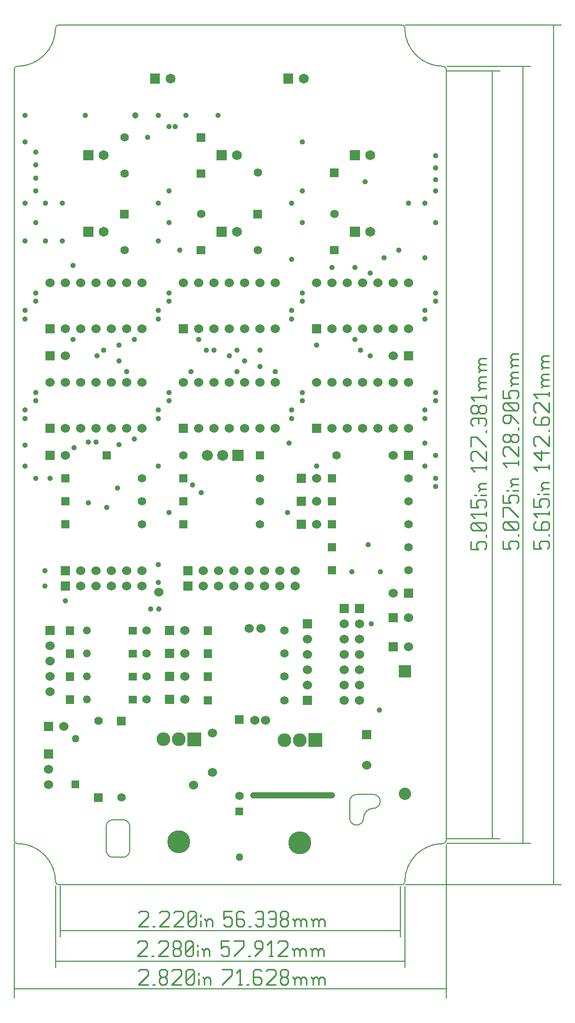
<source format=gbr>
G04 start of page 5 for group 9 idx 9 *
G04 Title: (unknown), fab_notes *
G04 Creator: pcb 20091103 *
G04 CreationDate: Sun Dec 17 12:14:22 2023 UTC *
G04 For: bh *
G04 Format: Gerber/RS-274X *
G04 PCB-Dimensions: 380000 700000 *
G04 PCB-Coordinate-Origin: lower left *
%MOIN*%
%FSLAX25Y25*%
%LNGROUP9*%
%ADD11C,0.0200*%
%ADD13C,0.0400*%
%ADD17C,0.0550*%
%ADD18C,0.0650*%
%ADD19C,0.0600*%
%ADD20C,0.0720*%
%ADD21C,0.1500*%
%ADD22C,0.0800*%
%ADD23C,0.0900*%
%ADD24C,0.0500*%
%ADD25C,0.0520*%
%ADD26C,0.0360*%
%ADD27C,0.0410*%
%ADD28C,0.0300*%
%ADD29C,0.0430*%
%ADD30C,0.1220*%
%ADD31C,0.0280*%
%ADD32C,0.0420*%
%ADD33C,0.0380*%
%ADD34C,0.1300*%
%ADD35C,0.0220*%
%ADD36C,0.0350*%
%ADD37C,0.0060*%
%ADD38C,0.0102*%
G54D37*X278000Y94000D02*X379500D01*
X305000Y124000D02*X339500D01*
X304500Y120500D02*Y20000D01*
X305000Y121000D02*X359500D01*
X305000Y628500D02*X359500D01*
X305000Y625500D02*X339500D01*
X304500Y26000D02*X22500D01*
X52500Y64000D02*X274500D01*
X22500Y121000D02*Y20000D01*
X52500Y93500D02*Y60000D01*
X277500Y44000D02*X49500D01*
Y93500D02*Y40000D01*
X274500Y93000D02*Y60000D01*
X277500Y93000D02*Y40000D01*
X379500Y655500D02*X277500D01*
X374500Y94000D02*Y655500D01*
X334500Y625500D02*Y124000D01*
X354500Y121000D02*Y628500D01*
G54D38*X103500Y75690D02*X104770Y76960D01*
X108580D01*
X109850Y75690D01*
Y73150D01*
X103500Y66800D02*X109850Y73150D01*
X103500Y66800D02*X109850D01*
X112900D02*X114170D01*
X117221Y75690D02*X118491Y76960D01*
X122301D01*
X123571Y75690D01*
Y73150D01*
X117221Y66800D02*X123571Y73150D01*
X117221Y66800D02*X123571D01*
X126621Y75690D02*X127891Y76960D01*
X131701D01*
X132971Y75690D01*
Y73150D01*
X126621Y66800D02*X132971Y73150D01*
X126621Y66800D02*X132971D01*
X136022Y68070D02*X137292Y66800D01*
X136022Y75690D02*Y68070D01*
Y75690D02*X137292Y76960D01*
X139832D01*
X141102Y75690D01*
Y68070D01*
X139832Y66800D02*X141102Y68070D01*
X137292Y66800D02*X139832D01*
X136022Y69340D02*X141102Y74420D01*
X144152D02*Y73150D01*
Y70610D02*Y66800D01*
X147965Y70610D02*Y66800D01*
Y70610D02*X149235Y71880D01*
X150505D01*
X151775Y70610D01*
Y66800D01*
X146695Y71880D02*X147965Y70610D01*
X159397Y76960D02*X164477D01*
X159397D02*Y71880D01*
X160667Y73150D01*
X163207D01*
X164477Y71880D01*
Y68070D01*
X163207Y66800D02*X164477Y68070D01*
X160667Y66800D02*X163207D01*
X159397Y68070D02*X160667Y66800D01*
X171338Y76960D02*X172608Y75690D01*
X168798Y76960D02*X171338D01*
X167528Y75690D02*X168798Y76960D01*
X167528Y75690D02*Y68070D01*
X168798Y66800D01*
X171338Y71880D02*X172608Y70610D01*
X167528Y71880D02*X171338D01*
X168798Y66800D02*X171338D01*
X172608Y68070D01*
Y70610D02*Y68070D01*
X175658Y66800D02*X176928D01*
X179979Y75690D02*X181249Y76960D01*
X183789D01*
X185059Y75690D01*
Y68070D01*
X183789Y66800D02*X185059Y68070D01*
X181249Y66800D02*X183789D01*
X179979Y68070D02*X181249Y66800D01*
Y71880D02*X185059D01*
X188109Y75690D02*X189379Y76960D01*
X191919D01*
X193189Y75690D01*
Y68070D01*
X191919Y66800D02*X193189Y68070D01*
X189379Y66800D02*X191919D01*
X188109Y68070D02*X189379Y66800D01*
Y71880D02*X193189D01*
X196240Y68070D02*X197510Y66800D01*
X196240Y70610D02*Y68070D01*
Y70610D02*X197510Y71880D01*
X200050D01*
X201320Y70610D01*
Y68070D01*
X200050Y66800D02*X201320Y68070D01*
X197510Y66800D02*X200050D01*
X196240Y73150D02*X197510Y71880D01*
X196240Y75690D02*Y73150D01*
Y75690D02*X197510Y76960D01*
X200050D01*
X201320Y75690D01*
Y73150D01*
X200050Y71880D02*X201320Y73150D01*
X205641Y70610D02*Y66800D01*
Y70610D02*X206911Y71880D01*
X208181D01*
X209451Y70610D01*
Y66800D01*
Y70610D02*X210721Y71880D01*
X211991D01*
X213261Y70610D01*
Y66800D01*
X204371Y71880D02*X205641Y70610D01*
X217581D02*Y66800D01*
Y70610D02*X218851Y71880D01*
X220121D01*
X221391Y70610D01*
Y66800D01*
Y70610D02*X222661Y71880D01*
X223931D01*
X225201Y70610D01*
Y66800D01*
X216311Y71880D02*X217581Y70610D01*
X103500Y37690D02*X104770Y38960D01*
X108580D01*
X109850Y37690D01*
Y35150D01*
X103500Y28800D02*X109850Y35150D01*
X103500Y28800D02*X109850D01*
X112900D02*X114170D01*
X117221Y30070D02*X118491Y28800D01*
X117221Y32610D02*Y30070D01*
Y32610D02*X118491Y33880D01*
X121031D01*
X122301Y32610D01*
Y30070D01*
X121031Y28800D02*X122301Y30070D01*
X118491Y28800D02*X121031D01*
X117221Y35150D02*X118491Y33880D01*
X117221Y37690D02*Y35150D01*
Y37690D02*X118491Y38960D01*
X121031D01*
X122301Y37690D01*
Y35150D01*
X121031Y33880D02*X122301Y35150D01*
X125351Y37690D02*X126621Y38960D01*
X130431D01*
X131701Y37690D01*
Y35150D01*
X125351Y28800D02*X131701Y35150D01*
X125351Y28800D02*X131701D01*
X134752Y30070D02*X136022Y28800D01*
X134752Y37690D02*Y30070D01*
Y37690D02*X136022Y38960D01*
X138562D01*
X139832Y37690D01*
Y30070D01*
X138562Y28800D02*X139832Y30070D01*
X136022Y28800D02*X138562D01*
X134752Y31340D02*X139832Y36420D01*
X142882D02*Y35150D01*
Y32610D02*Y28800D01*
X146695Y32610D02*Y28800D01*
Y32610D02*X147965Y33880D01*
X149235D01*
X150505Y32610D01*
Y28800D01*
X145425Y33880D02*X146695Y32610D01*
X158127Y28800D02*X164477Y35150D01*
Y38960D02*Y35150D01*
X158127Y38960D02*X164477D01*
X168798Y28800D02*X171338D01*
X170068Y38960D02*Y28800D01*
X167528Y36420D02*X170068Y38960D01*
X174388Y28800D02*X175658D01*
X182519Y38960D02*X183789Y37690D01*
X179979Y38960D02*X182519D01*
X178709Y37690D02*X179979Y38960D01*
X178709Y37690D02*Y30070D01*
X179979Y28800D01*
X182519Y33880D02*X183789Y32610D01*
X178709Y33880D02*X182519D01*
X179979Y28800D02*X182519D01*
X183789Y30070D01*
Y32610D02*Y30070D01*
X186839Y37690D02*X188109Y38960D01*
X191919D01*
X193189Y37690D01*
Y35150D01*
X186839Y28800D02*X193189Y35150D01*
X186839Y28800D02*X193189D01*
X196240Y30070D02*X197510Y28800D01*
X196240Y32610D02*Y30070D01*
Y32610D02*X197510Y33880D01*
X200050D01*
X201320Y32610D01*
Y30070D01*
X200050Y28800D02*X201320Y30070D01*
X197510Y28800D02*X200050D01*
X196240Y35150D02*X197510Y33880D01*
X196240Y37690D02*Y35150D01*
Y37690D02*X197510Y38960D01*
X200050D01*
X201320Y37690D01*
Y35150D01*
X200050Y33880D02*X201320Y35150D01*
X205641Y32610D02*Y28800D01*
Y32610D02*X206911Y33880D01*
X208181D01*
X209451Y32610D01*
Y28800D01*
Y32610D02*X210721Y33880D01*
X211991D01*
X213261Y32610D01*
Y28800D01*
X204371Y33880D02*X205641Y32610D01*
X217581D02*Y28800D01*
Y32610D02*X218851Y33880D01*
X220121D01*
X221391Y32610D01*
Y28800D01*
Y32610D02*X222661Y33880D01*
X223931D01*
X225201Y32610D01*
Y28800D01*
X216311Y33880D02*X217581Y32610D01*
X103000Y56190D02*X104270Y57460D01*
X108080D01*
X109350Y56190D01*
Y53650D01*
X103000Y47300D02*X109350Y53650D01*
X103000Y47300D02*X109350D01*
X112400D02*X113670D01*
X116721Y56190D02*X117991Y57460D01*
X121801D01*
X123071Y56190D01*
Y53650D01*
X116721Y47300D02*X123071Y53650D01*
X116721Y47300D02*X123071D01*
X126121Y48570D02*X127391Y47300D01*
X126121Y51110D02*Y48570D01*
Y51110D02*X127391Y52380D01*
X129931D01*
X131201Y51110D01*
Y48570D01*
X129931Y47300D02*X131201Y48570D01*
X127391Y47300D02*X129931D01*
X126121Y53650D02*X127391Y52380D01*
X126121Y56190D02*Y53650D01*
Y56190D02*X127391Y57460D01*
X129931D01*
X131201Y56190D01*
Y53650D01*
X129931Y52380D02*X131201Y53650D01*
X134252Y48570D02*X135522Y47300D01*
X134252Y56190D02*Y48570D01*
Y56190D02*X135522Y57460D01*
X138062D01*
X139332Y56190D01*
Y48570D01*
X138062Y47300D02*X139332Y48570D01*
X135522Y47300D02*X138062D01*
X134252Y49840D02*X139332Y54920D01*
X142382D02*Y53650D01*
Y51110D02*Y47300D01*
X146195Y51110D02*Y47300D01*
Y51110D02*X147465Y52380D01*
X148735D01*
X150005Y51110D01*
Y47300D01*
X144925Y52380D02*X146195Y51110D01*
X157627Y57460D02*X162707D01*
X157627D02*Y52380D01*
X158897Y53650D01*
X161437D01*
X162707Y52380D01*
Y48570D01*
X161437Y47300D02*X162707Y48570D01*
X158897Y47300D02*X161437D01*
X157627Y48570D02*X158897Y47300D01*
X165758D02*X172108Y53650D01*
Y57460D02*Y53650D01*
X165758Y57460D02*X172108D01*
X175158Y47300D02*X176428D01*
X179479D02*X184559Y52380D01*
Y56190D02*Y52380D01*
X183289Y57460D02*X184559Y56190D01*
X180749Y57460D02*X183289D01*
X179479Y56190D02*X180749Y57460D01*
X179479Y56190D02*Y53650D01*
X180749Y52380D01*
X184559D01*
X188879Y47300D02*X191419D01*
X190149Y57460D02*Y47300D01*
X187609Y54920D02*X190149Y57460D01*
X194470Y56190D02*X195740Y57460D01*
X199550D01*
X200820Y56190D01*
Y53650D01*
X194470Y47300D02*X200820Y53650D01*
X194470Y47300D02*X200820D01*
X205141Y51110D02*Y47300D01*
Y51110D02*X206411Y52380D01*
X207681D01*
X208951Y51110D01*
Y47300D01*
Y51110D02*X210221Y52380D01*
X211491D01*
X212761Y51110D01*
Y47300D01*
X203871Y52380D02*X205141Y51110D01*
X217081D02*Y47300D01*
Y51110D02*X218351Y52380D01*
X219621D01*
X220891Y51110D01*
Y47300D01*
Y51110D02*X222161Y52380D01*
X223431D01*
X224701Y51110D01*
Y47300D01*
X215811Y52380D02*X217081Y51110D01*
X361540Y318580D02*Y313500D01*
X366620D01*
X365350Y314770D01*
Y317310D02*Y314770D01*
Y317310D02*X366620Y318580D01*
X370430D01*
X371700Y317310D02*X370430Y318580D01*
X371700Y317310D02*Y314770D01*
X370430Y313500D02*X371700Y314770D01*
Y322900D02*Y321630D01*
X361540Y329761D02*X362810Y331031D01*
X361540Y329761D02*Y327221D01*
X362810Y325951D02*X361540Y327221D01*
X362810Y325951D02*X370430D01*
X371700Y327221D01*
X366620Y329761D02*X367890Y331031D01*
X366620Y329761D02*Y325951D01*
X371700Y329761D02*Y327221D01*
Y329761D02*X370430Y331031D01*
X367890D02*X370430D01*
X371700Y337891D02*Y335351D01*
X361540Y336621D02*X371700D01*
X364080Y334081D02*X361540Y336621D01*
Y346022D02*Y340942D01*
X366620D01*
X365350Y342212D01*
Y344752D02*Y342212D01*
Y344752D02*X366620Y346022D01*
X370430D01*
X371700Y344752D02*X370430Y346022D01*
X371700Y344752D02*Y342212D01*
X370430Y340942D02*X371700Y342212D01*
X364080Y349072D02*X365350D01*
X367890D02*X371700D01*
X367890Y352885D02*X371700D01*
X367890D02*X366620Y354155D01*
Y355425D02*Y354155D01*
Y355425D02*X367890Y356695D01*
X371700D01*
X366620Y351615D02*X367890Y352885D01*
X371700Y368127D02*Y365587D01*
X361540Y366857D02*X371700D01*
X364080Y364317D02*X361540Y366857D01*
X366620Y371178D02*X361540Y376258D01*
X366620Y377528D02*Y371178D01*
X361540Y376258D02*X371700D01*
X362810Y380578D02*X361540Y381848D01*
Y385658D02*Y381848D01*
Y385658D02*X362810Y386928D01*
X365350D01*
X371700Y380578D02*X365350Y386928D01*
X371700D02*Y380578D01*
Y391249D02*Y389979D01*
X361540Y398109D02*X362810Y399379D01*
X361540Y398109D02*Y395569D01*
X362810Y394299D02*X361540Y395569D01*
X362810Y394299D02*X370430D01*
X371700Y395569D01*
X366620Y398109D02*X367890Y399379D01*
X366620Y398109D02*Y394299D01*
X371700Y398109D02*Y395569D01*
Y398109D02*X370430Y399379D01*
X367890D02*X370430D01*
X362810Y402430D02*X361540Y403700D01*
Y407510D02*Y403700D01*
Y407510D02*X362810Y408780D01*
X365350D01*
X371700Y402430D02*X365350Y408780D01*
X371700D02*Y402430D01*
Y415641D02*Y413101D01*
X361540Y414371D02*X371700D01*
X364080Y411831D02*X361540Y414371D01*
X367890Y419961D02*X371700D01*
X367890D02*X366620Y421231D01*
Y422501D02*Y421231D01*
Y422501D02*X367890Y423771D01*
X371700D01*
X367890D02*X366620Y425041D01*
Y426311D02*Y425041D01*
Y426311D02*X367890Y427581D01*
X371700D01*
X366620Y418691D02*X367890Y419961D01*
Y431902D02*X371700D01*
X367890D02*X366620Y433172D01*
Y434442D02*Y433172D01*
Y434442D02*X367890Y435712D01*
X371700D01*
X367890D02*X366620Y436982D01*
Y438252D02*Y436982D01*
Y438252D02*X367890Y439522D01*
X371700D01*
X366620Y430632D02*X367890Y431902D01*
X320540Y318080D02*Y313000D01*
X325620D01*
X324350Y314270D01*
Y316810D02*Y314270D01*
Y316810D02*X325620Y318080D01*
X329430D01*
X330700Y316810D02*X329430Y318080D01*
X330700Y316810D02*Y314270D01*
X329430Y313000D02*X330700Y314270D01*
Y322400D02*Y321130D01*
X329430Y325451D02*X330700Y326721D01*
X321810Y325451D02*X329430D01*
X321810D02*X320540Y326721D01*
Y329261D02*Y326721D01*
Y329261D02*X321810Y330531D01*
X329430D01*
X330700Y329261D02*X329430Y330531D01*
X330700Y329261D02*Y326721D01*
X328160Y325451D02*X323080Y330531D01*
X330700Y337391D02*Y334851D01*
X320540Y336121D02*X330700D01*
X323080Y333581D02*X320540Y336121D01*
Y345522D02*Y340442D01*
X325620D01*
X324350Y341712D01*
Y344252D02*Y341712D01*
Y344252D02*X325620Y345522D01*
X329430D01*
X330700Y344252D02*X329430Y345522D01*
X330700Y344252D02*Y341712D01*
X329430Y340442D02*X330700Y341712D01*
X323080Y348572D02*X324350D01*
X326890D02*X330700D01*
X326890Y352385D02*X330700D01*
X326890D02*X325620Y353655D01*
Y354925D02*Y353655D01*
Y354925D02*X326890Y356195D01*
X330700D01*
X325620Y351115D02*X326890Y352385D01*
X330700Y367627D02*Y365087D01*
X320540Y366357D02*X330700D01*
X323080Y363817D02*X320540Y366357D01*
X321810Y370678D02*X320540Y371948D01*
Y375758D02*Y371948D01*
Y375758D02*X321810Y377028D01*
X324350D01*
X330700Y370678D02*X324350Y377028D01*
X330700D02*Y370678D01*
Y380078D02*X324350Y386428D01*
X320540D02*X324350D01*
X320540D02*Y380078D01*
X330700Y390749D02*Y389479D01*
X321810Y393799D02*X320540Y395069D01*
Y397609D02*Y395069D01*
Y397609D02*X321810Y398879D01*
X329430D01*
X330700Y397609D02*X329430Y398879D01*
X330700Y397609D02*Y395069D01*
X329430Y393799D02*X330700Y395069D01*
X325620Y398879D02*Y395069D01*
X329430Y401930D02*X330700Y403200D01*
X326890Y401930D02*X329430D01*
X326890D02*X325620Y403200D01*
Y405740D02*Y403200D01*
Y405740D02*X326890Y407010D01*
X329430D01*
X330700Y405740D02*X329430Y407010D01*
X330700Y405740D02*Y403200D01*
X324350Y401930D02*X325620Y403200D01*
X321810Y401930D02*X324350D01*
X321810D02*X320540Y403200D01*
Y405740D02*Y403200D01*
Y405740D02*X321810Y407010D01*
X324350D01*
X325620Y405740D02*X324350Y407010D01*
X330700Y413871D02*Y411331D01*
X320540Y412601D02*X330700D01*
X323080Y410061D02*X320540Y412601D01*
X326890Y418191D02*X330700D01*
X326890D02*X325620Y419461D01*
Y420731D02*Y419461D01*
Y420731D02*X326890Y422001D01*
X330700D01*
X326890D02*X325620Y423271D01*
Y424541D02*Y423271D01*
Y424541D02*X326890Y425811D01*
X330700D01*
X325620Y416921D02*X326890Y418191D01*
Y430132D02*X330700D01*
X326890D02*X325620Y431402D01*
Y432672D02*Y431402D01*
Y432672D02*X326890Y433942D01*
X330700D01*
X326890D02*X325620Y435212D01*
Y436482D02*Y435212D01*
Y436482D02*X326890Y437752D01*
X330700D01*
X325620Y428862D02*X326890Y430132D01*
X341540Y318580D02*Y313500D01*
X346620D01*
X345350Y314770D01*
Y317310D02*Y314770D01*
Y317310D02*X346620Y318580D01*
X350430D01*
X351700Y317310D02*X350430Y318580D01*
X351700Y317310D02*Y314770D01*
X350430Y313500D02*X351700Y314770D01*
Y322900D02*Y321630D01*
X350430Y325951D02*X351700Y327221D01*
X342810Y325951D02*X350430D01*
X342810D02*X341540Y327221D01*
Y329761D02*Y327221D01*
Y329761D02*X342810Y331031D01*
X350430D01*
X351700Y329761D02*X350430Y331031D01*
X351700Y329761D02*Y327221D01*
X349160Y325951D02*X344080Y331031D01*
X351700Y334081D02*X345350Y340431D01*
X341540D02*X345350D01*
X341540D02*Y334081D01*
Y348562D02*Y343482D01*
X346620D01*
X345350Y344752D01*
Y347292D02*Y344752D01*
Y347292D02*X346620Y348562D01*
X350430D01*
X351700Y347292D02*X350430Y348562D01*
X351700Y347292D02*Y344752D01*
X350430Y343482D02*X351700Y344752D01*
X344080Y351612D02*X345350D01*
X347890D02*X351700D01*
X347890Y355425D02*X351700D01*
X347890D02*X346620Y356695D01*
Y357965D02*Y356695D01*
Y357965D02*X347890Y359235D01*
X351700D01*
X346620Y354155D02*X347890Y355425D01*
X351700Y370667D02*Y368127D01*
X341540Y369397D02*X351700D01*
X344080Y366857D02*X341540Y369397D01*
X342810Y373718D02*X341540Y374988D01*
Y378798D02*Y374988D01*
Y378798D02*X342810Y380068D01*
X345350D01*
X351700Y373718D02*X345350Y380068D01*
X351700D02*Y373718D01*
X350430Y383118D02*X351700Y384388D01*
X347890Y383118D02*X350430D01*
X347890D02*X346620Y384388D01*
Y386928D02*Y384388D01*
Y386928D02*X347890Y388198D01*
X350430D01*
X351700Y386928D02*X350430Y388198D01*
X351700Y386928D02*Y384388D01*
X345350Y383118D02*X346620Y384388D01*
X342810Y383118D02*X345350D01*
X342810D02*X341540Y384388D01*
Y386928D02*Y384388D01*
Y386928D02*X342810Y388198D01*
X345350D01*
X346620Y386928D02*X345350Y388198D01*
X351700Y392519D02*Y391249D01*
Y395569D02*X346620Y400649D01*
X342810D02*X346620D01*
X341540Y399379D02*X342810Y400649D01*
X341540Y399379D02*Y396839D01*
X342810Y395569D02*X341540Y396839D01*
X342810Y395569D02*X345350D01*
X346620Y396839D01*
Y400649D02*Y396839D01*
X350430Y403700D02*X351700Y404970D01*
X342810Y403700D02*X350430D01*
X342810D02*X341540Y404970D01*
Y407510D02*Y404970D01*
Y407510D02*X342810Y408780D01*
X350430D01*
X351700Y407510D02*X350430Y408780D01*
X351700Y407510D02*Y404970D01*
X349160Y403700D02*X344080Y408780D01*
X341540Y416911D02*Y411831D01*
X346620D01*
X345350Y413101D01*
Y415641D02*Y413101D01*
Y415641D02*X346620Y416911D01*
X350430D01*
X351700Y415641D02*X350430Y416911D01*
X351700Y415641D02*Y413101D01*
X350430Y411831D02*X351700Y413101D01*
X347890Y421231D02*X351700D01*
X347890D02*X346620Y422501D01*
Y423771D02*Y422501D01*
Y423771D02*X347890Y425041D01*
X351700D01*
X347890D02*X346620Y426311D01*
Y427581D02*Y426311D01*
Y427581D02*X347890Y428851D01*
X351700D01*
X346620Y419961D02*X347890Y421231D01*
Y433172D02*X351700D01*
X347890D02*X346620Y434442D01*
Y435712D02*Y434442D01*
Y435712D02*X347890Y436982D01*
X351700D01*
X347890D02*X346620Y438252D01*
Y439522D02*Y438252D01*
Y439522D02*X347890Y440792D01*
X351700D01*
X346620Y431902D02*X347890Y433172D01*
G54D11*G36*
X228750Y561750D02*Y556250D01*
X234250D01*
Y561750D01*
X228750D01*
G37*
G54D17*X231500Y532000D03*
G54D11*G36*
X198250Y623750D02*Y617250D01*
X204750D01*
Y623750D01*
X198250D01*
G37*
G54D18*X211500Y620500D03*
G54D11*G36*
X241750Y573750D02*Y567250D01*
X248250D01*
Y573750D01*
X241750D01*
G37*
G54D18*X255000Y570500D03*
G54D11*G36*
X241750Y523750D02*Y517250D01*
X248250D01*
Y523750D01*
X241750D01*
G37*
G54D18*X255000Y520500D03*
G54D17*X181500Y559000D03*
Y508500D03*
G54D11*G36*
X178750Y534750D02*Y529250D01*
X184250D01*
Y534750D01*
X178750D01*
G37*
G36*
X141750Y584750D02*Y579250D01*
X147250D01*
Y584750D01*
X141750D01*
G37*
G54D17*X144500Y532000D03*
G54D11*G36*
X141750Y511250D02*Y505750D01*
X147250D01*
Y511250D01*
X141750D01*
G37*
G36*
Y561250D02*Y555750D01*
X147250D01*
Y561250D01*
X141750D01*
G37*
G54D17*X94500Y582000D03*
G54D11*G36*
X91750Y534750D02*Y529250D01*
X97250D01*
Y534750D01*
X91750D01*
G37*
G54D17*X94500Y508500D03*
Y558500D03*
G54D11*G36*
X111250Y623750D02*Y617250D01*
X117750D01*
Y623750D01*
X111250D01*
G37*
G54D18*X124500Y620500D03*
G54D11*G36*
X154750Y523750D02*Y517250D01*
X161250D01*
Y523750D01*
X154750D01*
G37*
G36*
Y573750D02*Y567250D01*
X161250D01*
Y573750D01*
X154750D01*
G37*
G54D18*X168000Y520500D03*
Y570500D03*
G54D11*G36*
X67750Y523750D02*Y517250D01*
X74250D01*
Y523750D01*
X67750D01*
G37*
G54D18*X81000Y520500D03*
G54D11*G36*
X67750Y573750D02*Y567250D01*
X74250D01*
Y573750D01*
X67750D01*
G37*
G54D18*X81000Y570500D03*
G54D19*X250000Y422000D03*
X240000D03*
X230000D03*
X220000D03*
X173000Y392000D03*
G54D11*G36*
X164900Y378100D02*Y370900D01*
X172100D01*
Y378100D01*
X164900D01*
G37*
G54D20*X158500Y374500D03*
X148500D03*
G54D19*X183000Y392000D03*
G54D11*G36*
X180250Y377250D02*Y371750D01*
X185750D01*
Y377250D01*
X180250D01*
G37*
G54D19*X193000Y392000D03*
Y422000D03*
X183000D03*
X173000D03*
X250000Y392000D03*
X260000D03*
X270000D03*
X280000D03*
G54D11*G36*
X217000Y395000D02*Y389000D01*
X223000D01*
Y395000D01*
X217000D01*
G37*
G54D19*X230000Y392000D03*
X240000D03*
X280000Y422000D03*
X270000D03*
X260000D03*
G54D11*G36*
X277000Y442500D02*Y436500D01*
X283000D01*
Y442500D01*
X277000D01*
G37*
G54D19*X270000Y439500D03*
G54D11*G36*
X130000Y395000D02*Y389000D01*
X136000D01*
Y395000D01*
X130000D01*
G37*
G54D19*X143000Y392000D03*
X153000D03*
X163000D03*
Y422000D03*
Y457000D03*
X173000D03*
X183000D03*
X153000Y422000D03*
Y457000D03*
X193000D03*
X240000D03*
Y487000D03*
X250000Y457000D03*
Y487000D03*
X260000Y457000D03*
Y487000D03*
X270000Y457000D03*
Y487000D03*
X280000Y457000D03*
Y487000D03*
G54D11*G36*
X228750Y511250D02*Y505750D01*
X234250D01*
Y511250D01*
X228750D01*
G37*
G36*
X217000Y460000D02*Y454000D01*
X223000D01*
Y460000D01*
X217000D01*
G37*
G54D19*X230000Y457000D03*
Y487000D03*
X220000D03*
X193000D03*
G54D11*G36*
X207000Y362500D02*Y356500D01*
X213000D01*
Y362500D01*
X207000D01*
G37*
G54D19*X220000Y359500D03*
G54D17*X233000Y374500D03*
G54D11*G36*
X227250Y347250D02*Y341750D01*
X232750D01*
Y347250D01*
X227250D01*
G37*
G54D17*X280000Y344500D03*
Y359500D03*
G54D11*G36*
X277000Y377500D02*Y371500D01*
X283000D01*
Y377500D01*
X277000D01*
G37*
G36*
X43000Y442500D02*Y436500D01*
X49000D01*
Y442500D01*
X43000D01*
G37*
G54D19*X56000Y439500D03*
G54D11*G36*
X43000Y460000D02*Y454000D01*
X49000D01*
Y460000D01*
X43000D01*
G37*
G36*
Y395000D02*Y389000D01*
X49000D01*
Y395000D01*
X43000D01*
G37*
G54D19*X46000Y422000D03*
G54D11*G36*
X43000Y377500D02*Y371500D01*
X49000D01*
Y377500D01*
X43000D01*
G37*
G54D19*X56000Y457000D03*
Y392000D03*
Y422000D03*
X66000Y457000D03*
Y392000D03*
Y422000D03*
G54D11*G36*
X53250Y332250D02*Y326750D01*
X58750D01*
Y332250D01*
X53250D01*
G37*
G36*
Y347250D02*Y341750D01*
X58750D01*
Y347250D01*
X53250D01*
G37*
G36*
Y362250D02*Y356750D01*
X58750D01*
Y362250D01*
X53250D01*
G37*
G54D19*X56000Y374500D03*
X143000Y422000D03*
Y457000D03*
Y487000D03*
X133000Y422000D03*
G54D11*G36*
X130000Y460000D02*Y454000D01*
X136000D01*
Y460000D01*
X130000D01*
G37*
G54D19*X133000Y487000D03*
X183000D03*
X173000D03*
X163000D03*
X153000D03*
X106000D03*
X86000Y422000D03*
X76000D03*
X96000Y487000D03*
X86000D03*
X76000D03*
X66000D03*
X56000D03*
X46000D03*
X76000Y457000D03*
X86000D03*
X96000D03*
X106000D03*
X76000Y392000D03*
X86000D03*
X96000D03*
X106000D03*
Y422000D03*
X96000D03*
G54D17*X106000Y329500D03*
G54D11*G36*
X130250Y332250D02*Y326750D01*
X135750D01*
Y332250D01*
X130250D01*
G37*
G54D17*X106000Y344500D03*
G54D11*G36*
X130250Y347250D02*Y341750D01*
X135750D01*
Y347250D01*
X130250D01*
G37*
G54D17*X183000Y344500D03*
X106000Y359500D03*
G54D11*G36*
X80250Y377250D02*Y371750D01*
X85750D01*
Y377250D01*
X80250D01*
G37*
G54D17*X133000Y374500D03*
G54D11*G36*
X130250Y362250D02*Y356750D01*
X135750D01*
Y362250D01*
X130250D01*
G37*
G54D17*X183000Y329500D03*
G54D11*G36*
X227250Y332250D02*Y326750D01*
X232750D01*
Y332250D01*
X227250D01*
G37*
G54D17*X280000Y329500D03*
G54D11*G36*
X207000Y332500D02*Y326500D01*
X213000D01*
Y332500D01*
X207000D01*
G37*
G54D19*X220000Y329500D03*
G54D11*G36*
X207000Y347500D02*Y341500D01*
X213000D01*
Y347500D01*
X207000D01*
G37*
G54D19*X220000Y344500D03*
G54D11*G36*
X227250Y362250D02*Y356750D01*
X232750D01*
Y362250D01*
X227250D01*
G37*
G54D17*X183000Y359500D03*
G54D19*X270000Y374500D03*
G54D11*G36*
X211000Y267500D02*Y261500D01*
X217000D01*
Y267500D01*
X211000D01*
G37*
G54D19*X214000Y254500D03*
G54D11*G36*
X227250Y302250D02*Y296750D01*
X232750D01*
Y302250D01*
X227250D01*
G37*
G54D19*X214000Y254500D03*
G54D11*G36*
X227250Y317250D02*Y311750D01*
X232750D01*
Y317250D01*
X227250D01*
G37*
G54D19*X214000Y244500D03*
G54D17*X199000Y260000D03*
Y245000D03*
G54D19*X214000Y244500D03*
X196000Y289000D03*
X206000D03*
Y299000D03*
X196000D03*
G54D21*X209000Y121500D03*
G54D22*X277500Y153500D03*
G54D11*G36*
X277000Y287500D02*Y281500D01*
X283000D01*
Y287500D01*
X277000D01*
G37*
G54D19*X270000Y284500D03*
G54D17*X280000Y299500D03*
G54D11*G36*
X267000Y252500D02*Y246500D01*
X273000D01*
Y252500D01*
X267000D01*
G37*
G54D19*X280000Y249500D03*
G54D11*G36*
X273500Y237500D02*Y229500D01*
X281500D01*
Y237500D01*
X273500D01*
G37*
G36*
X267000Y271500D02*Y265500D01*
X273000D01*
Y271500D01*
X267000D01*
G37*
G54D19*X280000Y268500D03*
X248000Y244500D03*
Y234500D03*
G54D11*G36*
X245000Y277500D02*Y271500D01*
X251000D01*
Y277500D01*
X245000D01*
G37*
G54D19*X248000Y264500D03*
Y254500D03*
G54D11*G36*
X235000Y277500D02*Y271500D01*
X241000D01*
Y277500D01*
X235000D01*
G37*
G54D19*X238000Y264500D03*
Y254500D03*
Y244500D03*
G54D17*X280000Y314500D03*
G54D19*X248000Y224500D03*
X238000Y234500D03*
Y224500D03*
X248000Y214500D03*
X238000D03*
G54D17*X199000Y230000D03*
Y214500D03*
G54D11*G36*
X214500Y193000D02*Y184000D01*
X223500D01*
Y193000D01*
X214500D01*
G37*
G54D23*X209000Y188500D03*
X199000D03*
G54D11*G36*
X249500Y195000D02*Y189000D01*
X255500D01*
Y195000D01*
X249500D01*
G37*
G54D19*X252500Y172000D03*
X214000Y234500D03*
Y224500D03*
G54D11*G36*
X211000Y217500D02*Y211500D01*
X217000D01*
Y217500D01*
X211000D01*
G37*
G54D19*X214000Y224500D03*
Y234500D03*
G54D11*G36*
X121000Y263000D02*Y257000D01*
X127000D01*
Y263000D01*
X121000D01*
G37*
G54D17*X109000Y260000D03*
Y245000D03*
Y230000D03*
G54D11*G36*
X121000Y233000D02*Y227000D01*
X127000D01*
Y233000D01*
X121000D01*
G37*
G36*
Y248000D02*Y242000D01*
X127000D01*
Y248000D01*
X121000D01*
G37*
G54D19*X134000Y260000D03*
G54D11*G36*
X146250Y262750D02*Y257250D01*
X151750D01*
Y262750D01*
X146250D01*
G37*
G36*
Y247750D02*Y242250D01*
X151750D01*
Y247750D01*
X146250D01*
G37*
G36*
Y232750D02*Y227250D01*
X151750D01*
Y232750D01*
X146250D01*
G37*
G54D19*X134000Y230000D03*
Y245000D03*
G54D11*G36*
X97400Y247600D02*Y242400D01*
X102600D01*
Y247600D01*
X97400D01*
G37*
G36*
Y262600D02*Y257400D01*
X102600D01*
Y262600D01*
X97400D01*
G37*
G36*
X60000Y162000D02*Y157000D01*
X65000D01*
Y162000D01*
X60000D01*
G37*
G36*
X166750Y204750D02*Y199250D01*
X172250D01*
Y204750D01*
X166750D01*
G37*
G54D17*X169500Y152000D03*
G54D11*G36*
X146250Y217250D02*Y211750D01*
X151750D01*
Y217250D01*
X146250D01*
G37*
G36*
X135500Y193500D02*Y184500D01*
X144500D01*
Y193500D01*
X135500D01*
G37*
G54D23*X130000Y189000D03*
X120000D03*
G54D11*G36*
X167000Y144500D02*Y139500D01*
X172000D01*
Y144500D01*
X167000D01*
G37*
G54D17*X92500Y151000D03*
G54D11*G36*
X74750Y153750D02*Y148250D01*
X80250D01*
Y153750D01*
X74750D01*
G37*
G54D24*X169500Y112000D03*
G54D21*X130000Y122000D03*
G54D11*G36*
X42000Y200500D02*Y194500D01*
X48000D01*
Y200500D01*
X42000D01*
G37*
G36*
Y182500D02*Y176500D01*
X48000D01*
Y182500D01*
X42000D01*
G37*
G54D19*X45000Y169500D03*
Y159500D03*
X55000Y197500D03*
G54D11*G36*
X89750Y203750D02*Y198250D01*
X95250D01*
Y203750D01*
X89750D01*
G37*
G54D17*X77500Y201000D03*
G54D24*X62500Y189500D03*
G54D11*G36*
X43000Y263000D02*Y257000D01*
X49000D01*
Y263000D01*
X43000D01*
G37*
G36*
X53000Y302000D02*Y296000D01*
X59000D01*
Y302000D01*
X53000D01*
G37*
G36*
Y292000D02*Y286000D01*
X59000D01*
Y292000D01*
X53000D01*
G37*
G54D19*X46000Y250000D03*
Y240000D03*
Y230000D03*
Y220000D03*
X66000Y289000D03*
Y299000D03*
X76000D03*
X86000D03*
X96000D03*
X76000Y289000D03*
X86000D03*
X96000D03*
X106000D03*
G54D11*G36*
X133000Y292000D02*Y286000D01*
X139000D01*
Y292000D01*
X133000D01*
G37*
G54D19*X146000Y289000D03*
X156000D03*
X166000D03*
X176000D03*
Y299000D03*
X186000Y289000D03*
Y299000D03*
X106000D03*
G54D11*G36*
X133000Y302000D02*Y296000D01*
X139000D01*
Y302000D01*
X133000D01*
G37*
G54D19*X146000Y299000D03*
X156000D03*
X166000D03*
G54D11*G36*
X97400Y217600D02*Y212400D01*
X102600D01*
Y217600D01*
X97400D01*
G37*
G36*
Y232600D02*Y227400D01*
X102600D01*
Y232600D01*
X97400D01*
G37*
G36*
X56250Y217750D02*Y212250D01*
X61750D01*
Y217750D01*
X56250D01*
G37*
G54D17*X109000Y215000D03*
G54D11*G36*
X121000Y218000D02*Y212000D01*
X127000D01*
Y218000D01*
X121000D01*
G37*
G54D19*X134000Y215000D03*
G54D25*X70000D03*
G54D11*G36*
X56250Y232750D02*Y227250D01*
X61750D01*
Y232750D01*
X56250D01*
G37*
G54D25*X70000Y230000D03*
G54D11*G36*
X56250Y262750D02*Y257250D01*
X61750D01*
Y262750D01*
X56250D01*
G37*
G36*
Y247750D02*Y242250D01*
X61750D01*
Y247750D01*
X56250D01*
G37*
G54D25*X70000Y245000D03*
Y260000D03*
G54D26*X173000Y436000D03*
X168000Y429000D03*
X163000Y439500D03*
X168000Y443000D03*
X153000D03*
X193000Y429000D03*
X183000Y432500D03*
Y443000D03*
X220000Y446500D03*
X251500Y553000D03*
X245000Y497000D03*
X230000D03*
X203500Y502500D03*
Y539000D03*
X210500Y526500D03*
Y579000D03*
Y547000D03*
X255000Y439500D03*
X245000Y450000D03*
X248500Y443000D03*
X210500Y410000D03*
Y415500D03*
X203500Y404000D03*
Y398500D03*
X202000Y382500D03*
X297500Y410000D03*
Y415500D03*
X290500Y404000D03*
Y398500D03*
X220000Y367500D03*
X210500Y480500D03*
X297500D03*
X210500Y475000D03*
X297500D03*
X203500Y469000D03*
X290500D03*
X203500Y463500D03*
X290500D03*
X255000Y493500D03*
X264000Y503500D03*
X273500Y508500D03*
X290500Y503500D03*
X297500Y526500D03*
X290500Y539000D03*
X297500Y570000D03*
Y554500D03*
Y547000D03*
X280000Y539000D03*
X297500Y562000D03*
X201000Y337000D03*
G54D19*X176000Y261500D03*
X183500D03*
X186500Y201500D03*
X179500D03*
X152000Y167500D03*
Y193000D03*
X139500Y159000D03*
G54D26*X290500Y367500D03*
Y382500D03*
X297500Y374500D03*
Y359500D03*
Y354000D03*
X253500Y316000D03*
X243000Y298500D03*
X261500D03*
X255500Y264500D03*
X261000Y208000D03*
X29500Y398500D03*
Y404000D03*
X36500Y415500D03*
Y410000D03*
X61000Y450000D03*
X61500Y379500D03*
X29500Y463500D03*
Y469000D03*
X36500Y475000D03*
X29500Y367500D03*
Y381000D03*
X36500Y359500D03*
X46000D03*
X42500Y299000D03*
Y289000D03*
X56000Y279500D03*
X36500Y480500D03*
X61000Y498500D03*
X29500Y539000D03*
X36500Y526500D03*
X43000Y539000D03*
X36500Y547000D03*
Y555500D03*
Y572500D03*
X29500Y579000D03*
X36500Y564000D03*
X69000Y596500D03*
X29500D03*
Y514500D03*
X54000Y539000D03*
X43000Y514500D03*
X54000D03*
X148000Y443000D03*
X138000Y429000D03*
X143000Y450000D03*
X123500Y480500D03*
Y475000D03*
X116500Y469000D03*
Y463500D03*
X123500Y410000D03*
Y415500D03*
X116500Y404000D03*
X91000Y446500D03*
X81000Y443000D03*
X101000Y450000D03*
X96000Y429000D03*
X91000Y436000D03*
X76500Y439500D03*
X123500Y526500D03*
X116500Y514500D03*
Y539000D03*
X123500Y547000D03*
X130500Y508500D03*
X127500Y589000D03*
X123500D03*
X109500Y582000D03*
X116500Y596500D03*
X155500D03*
G54D27*X101500D03*
G54D26*X134500D03*
X101000Y385000D03*
X76000Y383000D03*
X91000Y381500D03*
X71000Y383000D03*
X116500Y398500D03*
Y367500D03*
X83000Y340500D03*
X71000Y343500D03*
X90000Y353000D03*
X139000Y355000D03*
X123500Y337000D03*
X144500Y350000D03*
X116500Y303000D03*
Y291500D03*
G54D19*X117000Y285000D03*
G54D26*Y274000D03*
X111500D03*
G54D28*G54D29*G54D30*G54D29*G54D28*G54D29*G54D30*G54D31*G54D32*G54D31*G54D28*G54D31*G54D28*G54D31*G54D28*G54D31*G54D28*G54D31*G54D28*G54D31*G54D28*G54D31*G54D28*G54D33*G54D28*G54D33*G54D28*G54D33*G54D28*G54D33*G54D34*G54D30*G54D24*G54D28*G54D33*G54D24*G54D33*G54D28*G54D33*G54D28*G54D19*G54D28*G54D33*G54D28*G54D35*G54D30*G54D11*G54D28*G54D19*G54D11*G54D28*G54D11*G54D34*G54D28*G54D33*G54D28*G54D11*G54D33*G54D35*G54D28*G54D35*G54D28*G54D35*G54D28*G54D35*G54D11*G54D36*G54D11*G54D36*G54D11*G54D13*X230000Y152500D02*X178500D01*
G54D37*X246000Y153000D02*X257000D01*
X241500Y148500D02*Y137500D01*
X22500Y123000D02*Y626500D01*
X304500D02*Y123000D01*
X51500Y94000D02*X275500D01*
X87000Y136500D02*X93500D01*
X98000Y132000D02*Y116500D01*
X87000Y112000D02*X93500D01*
X82500Y132000D02*Y116500D01*
X51500Y655500D02*X275500D01*
X277500Y96000D02*G75*G02X302500Y121000I25000J0D01*G01*
X275500Y94000D02*G75*G03X277500Y96000I0J2000D01*G01*
X302500Y121000D02*G75*G03X304500Y123000I0J2000D01*G01*
X302500Y628500D02*G75*G02X277500Y653500I0J25000D01*G01*
G75*G03X275500Y655500I-2000J0D01*G01*
X304500Y626500D02*G75*G03X302500Y628500I-2000J0D01*G01*
X49500Y96000D02*G75*G03X51500Y94000I2000J0D01*G01*
X49500Y653500D02*G75*G02X24500Y628500I-25000J0D01*G01*
Y121000D02*G75*G02X49500Y96000I0J-25000D01*G01*
X51500Y655500D02*G75*G03X49500Y653500I0J-2000D01*G01*
X24500Y628500D02*G75*G03X22500Y626500I0J-2000D01*G01*
X241500Y148500D02*G75*G02X246000Y153000I4500J0D01*G01*
Y133000D02*G75*G02X241500Y137500I0J4500D01*G01*
X250500D02*G75*G02X246000Y133000I-4500J0D01*G01*
X257000Y153000D02*G75*G02X261500Y148500I0J-4500D01*G01*
G75*G02X257000Y144000I-4500J0D01*G01*
G75*G03X250500Y137500I0J-6500D01*G01*
X93500Y136500D02*G75*G02X98000Y132000I0J-4500D01*G01*
X82500D02*G75*G02X87000Y136500I4500J0D01*G01*
Y112000D02*G75*G02X82500Y116500I0J4500D01*G01*
X22500Y123000D02*G75*G03X24500Y121000I2000J0D01*G01*
X98000Y116500D02*G75*G02X93500Y112000I-4500J0D01*G01*
M02*

</source>
